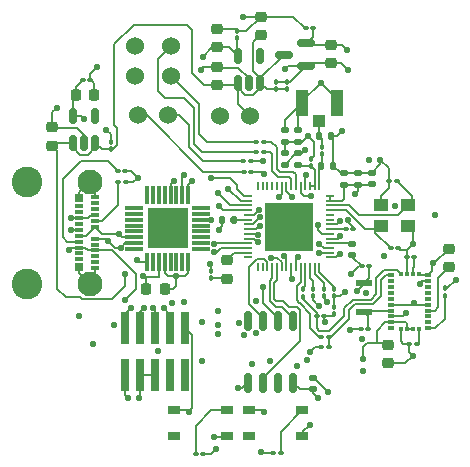
<source format=gbr>
%TF.GenerationSoftware,KiCad,Pcbnew,7.0.7*%
%TF.CreationDate,2024-10-30T15:59:05-07:00*%
%TF.ProjectId,SensingBoard_rev1.1,53656e73-696e-4674-926f-6172645f7265,rev?*%
%TF.SameCoordinates,Original*%
%TF.FileFunction,Copper,L1,Top*%
%TF.FilePolarity,Positive*%
%FSLAX46Y46*%
G04 Gerber Fmt 4.6, Leading zero omitted, Abs format (unit mm)*
G04 Created by KiCad (PCBNEW 7.0.7) date 2024-10-30 15:59:05*
%MOMM*%
%LPD*%
G01*
G04 APERTURE LIST*
G04 Aperture macros list*
%AMRoundRect*
0 Rectangle with rounded corners*
0 $1 Rounding radius*
0 $2 $3 $4 $5 $6 $7 $8 $9 X,Y pos of 4 corners*
0 Add a 4 corners polygon primitive as box body*
4,1,4,$2,$3,$4,$5,$6,$7,$8,$9,$2,$3,0*
0 Add four circle primitives for the rounded corners*
1,1,$1+$1,$2,$3*
1,1,$1+$1,$4,$5*
1,1,$1+$1,$6,$7*
1,1,$1+$1,$8,$9*
0 Add four rect primitives between the rounded corners*
20,1,$1+$1,$2,$3,$4,$5,0*
20,1,$1+$1,$4,$5,$6,$7,0*
20,1,$1+$1,$6,$7,$8,$9,0*
20,1,$1+$1,$8,$9,$2,$3,0*%
G04 Aperture macros list end*
%TA.AperFunction,SMDPad,CuDef*%
%ADD10RoundRect,0.100000X0.130000X0.100000X-0.130000X0.100000X-0.130000X-0.100000X0.130000X-0.100000X0*%
%TD*%
%TA.AperFunction,ComponentPad*%
%ADD11C,1.524000*%
%TD*%
%TA.AperFunction,SMDPad,CuDef*%
%ADD12R,0.990600X0.711200*%
%TD*%
%TA.AperFunction,SMDPad,CuDef*%
%ADD13RoundRect,0.140000X-0.140000X-0.170000X0.140000X-0.170000X0.140000X0.170000X-0.140000X0.170000X0*%
%TD*%
%TA.AperFunction,SMDPad,CuDef*%
%ADD14RoundRect,0.100000X0.100000X-0.130000X0.100000X0.130000X-0.100000X0.130000X-0.100000X-0.130000X0*%
%TD*%
%TA.AperFunction,SMDPad,CuDef*%
%ADD15R,0.199200X0.754800*%
%TD*%
%TA.AperFunction,SMDPad,CuDef*%
%ADD16R,0.754800X0.199200*%
%TD*%
%TA.AperFunction,SMDPad,CuDef*%
%ADD17R,4.038600X4.038600*%
%TD*%
%TA.AperFunction,SMDPad,CuDef*%
%ADD18RoundRect,0.100000X-0.130000X-0.100000X0.130000X-0.100000X0.130000X0.100000X-0.130000X0.100000X0*%
%TD*%
%TA.AperFunction,SMDPad,CuDef*%
%ADD19RoundRect,0.225000X-0.225000X-0.250000X0.225000X-0.250000X0.225000X0.250000X-0.225000X0.250000X0*%
%TD*%
%TA.AperFunction,SMDPad,CuDef*%
%ADD20RoundRect,0.150000X0.150000X-0.512500X0.150000X0.512500X-0.150000X0.512500X-0.150000X-0.512500X0*%
%TD*%
%TA.AperFunction,SMDPad,CuDef*%
%ADD21R,1.397000X0.609600*%
%TD*%
%TA.AperFunction,SMDPad,CuDef*%
%ADD22RoundRect,0.140000X-0.170000X0.140000X-0.170000X-0.140000X0.170000X-0.140000X0.170000X0.140000X0*%
%TD*%
%TA.AperFunction,SMDPad,CuDef*%
%ADD23RoundRect,0.225000X0.250000X-0.225000X0.250000X0.225000X-0.250000X0.225000X-0.250000X-0.225000X0*%
%TD*%
%TA.AperFunction,SMDPad,CuDef*%
%ADD24R,1.050000X2.200000*%
%TD*%
%TA.AperFunction,SMDPad,CuDef*%
%ADD25R,1.050000X1.000000*%
%TD*%
%TA.AperFunction,SMDPad,CuDef*%
%ADD26R,0.700000X0.300000*%
%TD*%
%TA.AperFunction,SMDPad,CuDef*%
%ADD27R,0.700000X0.650000*%
%TD*%
%TA.AperFunction,ComponentPad*%
%ADD28C,2.100000*%
%TD*%
%TA.AperFunction,ComponentPad*%
%ADD29C,2.600000*%
%TD*%
%TA.AperFunction,SMDPad,CuDef*%
%ADD30RoundRect,0.140000X0.170000X-0.140000X0.170000X0.140000X-0.170000X0.140000X-0.170000X-0.140000X0*%
%TD*%
%TA.AperFunction,SMDPad,CuDef*%
%ADD31R,0.660400X2.768600*%
%TD*%
%TA.AperFunction,SMDPad,CuDef*%
%ADD32RoundRect,0.150000X0.587500X0.150000X-0.587500X0.150000X-0.587500X-0.150000X0.587500X-0.150000X0*%
%TD*%
%TA.AperFunction,SMDPad,CuDef*%
%ADD33RoundRect,0.150000X-0.150000X0.675000X-0.150000X-0.675000X0.150000X-0.675000X0.150000X0.675000X0*%
%TD*%
%TA.AperFunction,SMDPad,CuDef*%
%ADD34RoundRect,0.218750X-0.256250X0.218750X-0.256250X-0.218750X0.256250X-0.218750X0.256250X0.218750X0*%
%TD*%
%TA.AperFunction,SMDPad,CuDef*%
%ADD35R,1.300000X1.050000*%
%TD*%
%TA.AperFunction,SMDPad,CuDef*%
%ADD36RoundRect,0.100000X-0.100000X0.130000X-0.100000X-0.130000X0.100000X-0.130000X0.100000X0.130000X0*%
%TD*%
%TA.AperFunction,SMDPad,CuDef*%
%ADD37RoundRect,0.033750X-0.101250X0.721750X-0.101250X-0.721750X0.101250X-0.721750X0.101250X0.721750X0*%
%TD*%
%TA.AperFunction,SMDPad,CuDef*%
%ADD38RoundRect,0.033750X-0.721750X0.101250X-0.721750X-0.101250X0.721750X-0.101250X0.721750X0.101250X0*%
%TD*%
%TA.AperFunction,SMDPad,CuDef*%
%ADD39R,3.400000X3.400000*%
%TD*%
%TA.AperFunction,SMDPad,CuDef*%
%ADD40RoundRect,0.140000X0.140000X0.170000X-0.140000X0.170000X-0.140000X-0.170000X0.140000X-0.170000X0*%
%TD*%
%TA.AperFunction,SMDPad,CuDef*%
%ADD41RoundRect,0.225000X-0.250000X0.225000X-0.250000X-0.225000X0.250000X-0.225000X0.250000X0.225000X0*%
%TD*%
%TA.AperFunction,SMDPad,CuDef*%
%ADD42RoundRect,0.125000X-0.125000X0.125000X-0.125000X-0.125000X0.125000X-0.125000X0.125000X0.125000X0*%
%TD*%
%TA.AperFunction,SMDPad,CuDef*%
%ADD43R,0.525000X0.300000*%
%TD*%
%TA.AperFunction,SMDPad,CuDef*%
%ADD44R,0.300000X0.425000*%
%TD*%
%TA.AperFunction,ViaPad*%
%ADD45C,0.550000*%
%TD*%
%TA.AperFunction,Conductor*%
%ADD46C,0.200000*%
%TD*%
G04 APERTURE END LIST*
D10*
%TO.P,C26,1*%
%TO.N,+2V8*%
X136784000Y-45313600D03*
%TO.P,C26,2*%
%TO.N,GND*%
X136144000Y-45313600D03*
%TD*%
D11*
%TO.P,J6,1,1*%
%TO.N,MOTOR2_BIN2*%
X124764800Y-49377600D03*
%TO.P,J6,2,2*%
%TO.N,MOTOR2_BIN1*%
X124764800Y-46837600D03*
%TD*%
D12*
%TO.P,SW2,1,1*%
%TO.N,GPIO0*%
X131379799Y-77665001D03*
%TO.P,SW2,2,2*%
%TO.N,Net-(R21-Pad2)*%
X135879801Y-77665001D03*
%TO.P,SW2,3,3*%
%TO.N,unconnected-(SW2-Pad3)*%
X131379799Y-79814999D03*
%TO.P,SW2,4,4*%
%TO.N,GND*%
X135879801Y-79814999D03*
%TD*%
D13*
%TO.P,C15,1*%
%TO.N,Net-(ANT1-PadSIG)*%
X137322001Y-54459599D03*
%TO.P,C15,2*%
%TO.N,GND*%
X138282001Y-54459599D03*
%TD*%
D14*
%TO.P,R19,1*%
%TO.N,BNO_SCL*%
X135890000Y-68051600D03*
%TO.P,R19,2*%
%TO.N,GPIO34*%
X135890000Y-67411600D03*
%TD*%
D11*
%TO.P,J7,1,1*%
%TO.N,DRV_FAULT*%
X121666000Y-46824900D03*
%TO.P,J7,2,2*%
%TO.N,DRV_SLEEP*%
X121666000Y-49364900D03*
%TD*%
D15*
%TO.P,U7,1,LNA_IN*%
%TO.N,Net-(U7-LNA_IN)*%
X137321600Y-58675999D03*
%TO.P,U7,2,VDD3P3*%
%TO.N,Net-(C18-Pad1)*%
X136921601Y-58675999D03*
%TO.P,U7,3,VDD3P3*%
X136521599Y-58675999D03*
%TO.P,U7,4,CHIP_PU*%
%TO.N,CHIP_EN*%
X136121600Y-58675999D03*
%TO.P,U7,5,GPIO0*%
%TO.N,GPIO0*%
X135721601Y-58675999D03*
%TO.P,U7,6,GPIO1*%
%TO.N,D0{slash}A0*%
X135321599Y-58675999D03*
%TO.P,U7,7,GPIO2*%
%TO.N,D1{slash}A1*%
X134921600Y-58675999D03*
%TO.P,U7,8,GPIO3*%
%TO.N,D2{slash}A2*%
X134521600Y-58675999D03*
%TO.P,U7,9,GPIO4*%
%TO.N,D3{slash}A3*%
X134121601Y-58675999D03*
%TO.P,U7,10,GPIO5*%
%TO.N,D4{slash}I2C_SDA*%
X133721599Y-58675999D03*
%TO.P,U7,11,GPIO6*%
%TO.N,D5{slash}I2C_SCL*%
X133321600Y-58675999D03*
%TO.P,U7,12,GPIO7*%
%TO.N,D8{slash}A8{slash}SCK*%
X132921601Y-58675999D03*
%TO.P,U7,13,GPIO8*%
%TO.N,D9{slash}A9{slash}MISO*%
X132521599Y-58675999D03*
%TO.P,U7,14,GPIO9*%
%TO.N,D10{slash}A10{slash}MOSI*%
X132121600Y-58675999D03*
D16*
%TO.P,U7,15,GPIO10*%
%TO.N,IO10{slash}XMCLK*%
X131269199Y-59528400D03*
%TO.P,U7,16,GPIO11*%
%TO.N,IO11{slash}DVP_Y8*%
X131269199Y-59928399D03*
%TO.P,U7,17,GPIO12*%
%TO.N,IO12{slash}DVP_Y7*%
X131269199Y-60328401D03*
%TO.P,U7,18,GPIO13*%
%TO.N,IO13{slash}DVP_PCLK*%
X131269199Y-60728400D03*
%TO.P,U7,19,GPIO14*%
%TO.N,IO14{slash}DVP_Y6*%
X131269199Y-61128399D03*
%TO.P,U7,20,VDD3P3_RTC*%
%TO.N,+3.3V*%
X131269199Y-61528401D03*
%TO.P,U7,21,XTAL_32K_P*%
%TO.N,IO15{slash}DVP_Y2*%
X131269199Y-61928400D03*
%TO.P,U7,22,XTAL_32K_N*%
%TO.N,IO16{slash}DVP_Y5*%
X131269199Y-62328400D03*
%TO.P,U7,23,GPIO17*%
%TO.N,IO17{slash}DVP_Y3*%
X131269199Y-62728399D03*
%TO.P,U7,24,GPIO18*%
%TO.N,IO18{slash}DVP_Y4*%
X131269199Y-63128401D03*
%TO.P,U7,25,GPIO19*%
%TO.N,USB_DN*%
X131269199Y-63528400D03*
%TO.P,U7,26,GPIO20*%
%TO.N,USB_DP*%
X131269199Y-63928399D03*
%TO.P,U7,27,GPIO21*%
%TO.N,IO21{slash}USER_LED*%
X131269199Y-64328401D03*
%TO.P,U7,28,SPICS1*%
%TO.N,unconnected-(U7-SPICS1-Pad28)*%
X131269199Y-64728400D03*
D15*
%TO.P,U7,29,VDD_SPI*%
%TO.N,VDD_SPI*%
X132121600Y-65580801D03*
%TO.P,U7,30,SPIHD*%
%TO.N,SPIHD*%
X132521599Y-65580801D03*
%TO.P,U7,31,SPIWP*%
%TO.N,SPIWP*%
X132921601Y-65580801D03*
%TO.P,U7,32,SPICS0*%
%TO.N,SPICS0*%
X133321600Y-65580801D03*
%TO.P,U7,33,SPICLK*%
%TO.N,SPICLK*%
X133721599Y-65580801D03*
%TO.P,U7,34,SPIQ*%
%TO.N,SPIQ*%
X134121601Y-65580801D03*
%TO.P,U7,35,SPID*%
%TO.N,SPID*%
X134521600Y-65580801D03*
%TO.P,U7,36,SPICLK_N*%
%TO.N,IO48{slash}DVP_Y9*%
X134921600Y-65580801D03*
%TO.P,U7,37,SPICLK_P*%
%TO.N,IO47{slash}DVP_HREF*%
X135321599Y-65580801D03*
%TO.P,U7,38,GPIO33*%
%TO.N,GPIO33*%
X135721601Y-65580801D03*
%TO.P,U7,39,GPIO34*%
%TO.N,GPIO34*%
X136121600Y-65580801D03*
%TO.P,U7,40,GPIO35*%
%TO.N,GPIO35*%
X136521599Y-65580801D03*
%TO.P,U7,41,GPIO36*%
%TO.N,GPIO36*%
X136921601Y-65580801D03*
%TO.P,U7,42,GPIO37*%
%TO.N,GPIO37*%
X137321600Y-65580801D03*
D16*
%TO.P,U7,43,GPIO38*%
%TO.N,IO38{slash}DVP_VSYNC*%
X138174001Y-64728400D03*
%TO.P,U7,44,MTCK*%
%TO.N,MTCK{slash}IO39{slash}CAM_SCL*%
X138174001Y-64328401D03*
%TO.P,U7,45,MTDO*%
%TO.N,MTDO{slash}IO40{slash}CAM_SDA*%
X138174001Y-63928399D03*
%TO.P,U7,46,VDD3P3_CPU*%
%TO.N,+3.3V*%
X138174001Y-63528400D03*
%TO.P,U7,47,MTDI*%
%TO.N,MTDI{slash}IO41{slash}PDM_DATA*%
X138174001Y-63128401D03*
%TO.P,U7,48,MTMS*%
%TO.N,MTMS{slash}IO42{slash}PDM_CLK*%
X138174001Y-62728399D03*
%TO.P,U7,49,U0TXD*%
%TO.N,Net-(U7-U0TXD)*%
X138174001Y-62328400D03*
%TO.P,U7,50,U0RXD*%
%TO.N,RX_D7*%
X138174001Y-61928400D03*
%TO.P,U7,51,GPIO45*%
%TO.N,unconnected-(U7-GPIO45-Pad51)*%
X138174001Y-61528401D03*
%TO.P,U7,52,GPIO46*%
%TO.N,unconnected-(U7-GPIO46-Pad52)*%
X138174001Y-61128399D03*
%TO.P,U7,53,XTAL_N*%
%TO.N,Net-(U7-XTAL_N)*%
X138174001Y-60728400D03*
%TO.P,U7,54,XTAL_P*%
%TO.N,Net-(U7-XTAL_P)*%
X138174001Y-60328401D03*
%TO.P,U7,55,VDDA*%
%TO.N,+3.3V*%
X138174001Y-59928399D03*
%TO.P,U7,56,VDDA*%
X138174001Y-59528400D03*
D17*
%TO.P,U7,57,GND*%
%TO.N,GND*%
X134721600Y-62128400D03*
%TD*%
D10*
%TO.P,C12,1*%
%TO.N,Net-(U2-XIN32)*%
X141544000Y-65481200D03*
%TO.P,C12,2*%
%TO.N,GND*%
X140904000Y-65481200D03*
%TD*%
D18*
%TO.P,C17,1*%
%TO.N,Net-(U7-XTAL_N)*%
X143342400Y-63957200D03*
%TO.P,C17,2*%
%TO.N,GND*%
X143982400Y-63957200D03*
%TD*%
D19*
%TO.P,C21,1*%
%TO.N,+1V8*%
X116674600Y-50952400D03*
%TO.P,C21,2*%
%TO.N,GND*%
X118224600Y-50952400D03*
%TD*%
D20*
%TO.P,U5,1,VIN*%
%TO.N,VDC*%
X116448800Y-55036300D03*
%TO.P,U5,2,GND*%
%TO.N,GND*%
X117398800Y-55036300D03*
%TO.P,U5,3,EN*%
%TO.N,VDC*%
X118348800Y-55036300D03*
%TO.P,U5,4,NC*%
%TO.N,unconnected-(U5-NC-Pad4)*%
X118348800Y-52761300D03*
%TO.P,U5,5,VOUT*%
%TO.N,+1V8*%
X116448800Y-52761300D03*
%TD*%
%TO.P,U3,1,VIN*%
%TO.N,VDC*%
X130418800Y-49956300D03*
%TO.P,U3,2,GND*%
%TO.N,GND*%
X131368800Y-49956300D03*
%TO.P,U3,3,EN*%
%TO.N,VDC*%
X132318800Y-49956300D03*
%TO.P,U3,4,NC*%
%TO.N,unconnected-(U3-NC-Pad4)*%
X132318800Y-47681300D03*
%TO.P,U3,5,VOUT*%
%TO.N,+3.3V*%
X130418800Y-47681300D03*
%TD*%
D14*
%TO.P,C20,1*%
%TO.N,VDC*%
X119684800Y-55575200D03*
%TO.P,C20,2*%
%TO.N,GND*%
X119684800Y-54935200D03*
%TD*%
D21*
%TO.P,XTAL2,1,1*%
%TO.N,Net-(U2-XOUT32)*%
X141122400Y-69316600D03*
%TO.P,XTAL2,2,2*%
%TO.N,Net-(U2-XIN32)*%
X141122400Y-66929000D03*
%TD*%
D10*
%TO.P,R7,1*%
%TO.N,Net-(U2-PS1)*%
X145567800Y-72034400D03*
%TO.P,R7,2*%
%TO.N,GND*%
X144927800Y-72034400D03*
%TD*%
D14*
%TO.P,R8,1*%
%TO.N,Net-(U2-PS0)*%
X147929600Y-67975000D03*
%TO.P,R8,2*%
%TO.N,GND*%
X147929600Y-67335000D03*
%TD*%
D22*
%TO.P,C36,1*%
%TO.N,+3.3V*%
X140106400Y-63578800D03*
%TO.P,C36,2*%
%TO.N,GND*%
X140106400Y-64538800D03*
%TD*%
D11*
%TO.P,J9,1,1*%
%TO.N,GND*%
X128879600Y-52730400D03*
%TO.P,J9,2,2*%
%TO.N,VDC*%
X131419600Y-52730400D03*
%TD*%
D23*
%TO.P,C5,1*%
%TO.N,VDC*%
X128676400Y-50152600D03*
%TO.P,C5,2*%
%TO.N,GND*%
X128676400Y-48602600D03*
%TD*%
%TO.P,C7,1*%
%TO.N,+3.3V*%
X128676400Y-46952200D03*
%TO.P,C7,2*%
%TO.N,GND*%
X128676400Y-45402200D03*
%TD*%
D24*
%TO.P,ANT1,GND1*%
%TO.N,GND*%
X135847001Y-51616399D03*
%TO.P,ANT1,GND2*%
X138797001Y-51616399D03*
D25*
%TO.P,ANT1,SIG*%
%TO.N,Net-(ANT1-PadSIG)*%
X137322001Y-53141399D03*
%TD*%
D26*
%TO.P,J1,A1,GND*%
%TO.N,GND*%
X118292000Y-59638400D03*
%TO.P,J1,A2,TX1+*%
%TO.N,unconnected-(J1-TX1+-PadA2)*%
X118292000Y-60138400D03*
%TO.P,J1,A3,TX1-*%
%TO.N,unconnected-(J1-TX1--PadA3)*%
X118292000Y-60638400D03*
%TO.P,J1,A4,VBUS*%
%TO.N,+5V*%
X118292000Y-61138400D03*
%TO.P,J1,A5,CC1*%
%TO.N,Net-(J1-CC1)*%
X118292000Y-61638400D03*
%TO.P,J1,A6,D+*%
%TO.N,USB_DP*%
X118292000Y-62138400D03*
%TO.P,J1,A7,D-*%
%TO.N,USB_DN*%
X118292000Y-63138400D03*
%TO.P,J1,A8,SBU1*%
%TO.N,unconnected-(J1-SBU1-PadA8)*%
X118292000Y-63638400D03*
%TO.P,J1,A9,VBUS*%
%TO.N,+5V*%
X118292000Y-64138400D03*
%TO.P,J1,A10,RX2-*%
%TO.N,unconnected-(J1-RX2--PadA10)*%
X118292000Y-64638400D03*
%TO.P,J1,A11,RX2+*%
%TO.N,unconnected-(J1-RX2+-PadA11)*%
X118292000Y-65138400D03*
%TO.P,J1,A12,GND*%
%TO.N,GND*%
X118292000Y-65638400D03*
D27*
%TO.P,J1,B1,GND*%
X116992000Y-65563400D03*
D26*
%TO.P,J1,B2,TX2+*%
%TO.N,unconnected-(J1-TX2+-PadB2)*%
X116992000Y-64888400D03*
%TO.P,J1,B3,TX2-*%
%TO.N,unconnected-(J1-TX2--PadB3)*%
X116992000Y-64388400D03*
%TO.P,J1,B4,VBUS*%
%TO.N,+5V*%
X116992000Y-63888400D03*
%TO.P,J1,B5,CC2*%
%TO.N,Net-(J1-CC2)*%
X116992000Y-63388400D03*
%TO.P,J1,B6,D+*%
%TO.N,USB_DP*%
X116992000Y-62888400D03*
%TO.P,J1,B7,D-*%
%TO.N,USB_DN*%
X116992000Y-62388400D03*
%TO.P,J1,B8,SBU2*%
%TO.N,unconnected-(J1-SBU2-PadB8)*%
X116992000Y-61888400D03*
%TO.P,J1,B9,VBUS*%
%TO.N,+5V*%
X116992000Y-61388400D03*
%TO.P,J1,B10,RX1-*%
%TO.N,unconnected-(J1-RX1--PadB10)*%
X116992000Y-60888400D03*
%TO.P,J1,B11,RX1+*%
%TO.N,unconnected-(J1-RX1+-PadB11)*%
X116992000Y-60388400D03*
D27*
%TO.P,J1,B12,GND*%
%TO.N,GND*%
X116992000Y-59713400D03*
D28*
%TO.P,J1,S1,SHIELD*%
X117882000Y-58318400D03*
D29*
X112522000Y-58318400D03*
D28*
X117882000Y-66958400D03*
D29*
X112522000Y-66958400D03*
%TD*%
D22*
%TO.P,C30,1*%
%TO.N,+3.3V*%
X134366000Y-55908000D03*
%TO.P,C30,2*%
%TO.N,GND*%
X134366000Y-56868000D03*
%TD*%
D10*
%TO.P,R20,1*%
%TO.N,BNO_SDA*%
X138089600Y-71424800D03*
%TO.P,R20,2*%
%TO.N,GPIO33*%
X137449600Y-71424800D03*
%TD*%
D30*
%TO.P,C18,1*%
%TO.N,Net-(C18-Pad1)*%
X135534400Y-56868000D03*
%TO.P,C18,2*%
%TO.N,GND*%
X135534400Y-55908000D03*
%TD*%
D18*
%TO.P,R17,1*%
%TO.N,MOTOR2_BIN2*%
X131948000Y-54914800D03*
%TO.P,R17,2*%
%TO.N,D0{slash}A0*%
X132588000Y-54914800D03*
%TD*%
D14*
%TO.P,R1,1*%
%TO.N,Net-(D2-A)*%
X128117600Y-66497200D03*
%TO.P,R1,2*%
%TO.N,+3.3V*%
X128117600Y-65857200D03*
%TD*%
D30*
%TO.P,C4,1*%
%TO.N,+3.3V*%
X136753600Y-75867200D03*
%TO.P,C4,2*%
%TO.N,GND*%
X136753600Y-74907200D03*
%TD*%
D31*
%TO.P,J2,1,1*%
%TO.N,unconnected-(J2-Pad1)*%
X125933200Y-74702796D03*
%TO.P,J2,2,2*%
%TO.N,unconnected-(J2-Pad2)*%
X124663200Y-74702796D03*
%TO.P,J2,3,3*%
%TO.N,GND*%
X123393200Y-74702796D03*
%TO.P,J2,4,4*%
X122123200Y-74702796D03*
%TO.P,J2,5,5*%
%TO.N,+3.3V*%
X120853200Y-74702796D03*
%TO.P,J2,6,6*%
%TO.N,CHIP_EN*%
X125933200Y-70662800D03*
%TO.P,J2,7,7*%
%TO.N,MTCK{slash}IO39{slash}CAM_SCL*%
X124663200Y-70662800D03*
%TO.P,J2,8,8*%
%TO.N,MTDO{slash}IO40{slash}CAM_SDA*%
X123393200Y-70662800D03*
%TO.P,J2,9,9*%
%TO.N,MTDI{slash}IO41{slash}PDM_DATA*%
X122123200Y-70662800D03*
%TO.P,J2,10,10*%
%TO.N,MTMS{slash}IO42{slash}PDM_CLK*%
X120853200Y-70662800D03*
%TD*%
D10*
%TO.P,C11,1*%
%TO.N,Net-(U2-XOUT32)*%
X141457600Y-70764400D03*
%TO.P,C11,2*%
%TO.N,GND*%
X140817600Y-70764400D03*
%TD*%
D14*
%TO.P,R11,1*%
%TO.N,+3.3V*%
X138582400Y-69549800D03*
%TO.P,R11,2*%
%TO.N,DRV_FAULT*%
X138582400Y-68909800D03*
%TD*%
D11*
%TO.P,J5,1,1*%
%TO.N,MOTOR1_AIN2*%
X124460000Y-52679600D03*
%TO.P,J5,2,2*%
%TO.N,MOTOR1_AIN1*%
X121920000Y-52679600D03*
%TD*%
D32*
%TO.P,U6,1,GND*%
%TO.N,GND*%
X136194800Y-48514000D03*
%TO.P,U6,2,VO*%
%TO.N,+2V8*%
X136194800Y-46614000D03*
%TO.P,U6,3,VI*%
%TO.N,VDC*%
X134319800Y-47564000D03*
%TD*%
D18*
%TO.P,R16,1*%
%TO.N,MOTOR2_BIN1*%
X131958600Y-55778400D03*
%TO.P,R16,2*%
%TO.N,D1{slash}A1*%
X132598600Y-55778400D03*
%TD*%
D33*
%TO.P,U8,1,~{CS}*%
%TO.N,SPICS0*%
X135102600Y-70069800D03*
%TO.P,U8,2,O1/SO*%
%TO.N,SPIQ*%
X133832600Y-70069800D03*
%TO.P,U8,3,~{WP}*%
%TO.N,SPIWP*%
X132562600Y-70069800D03*
%TO.P,U8,4,VSS*%
%TO.N,GND*%
X131292600Y-70069800D03*
%TO.P,U8,5,SI/IO0*%
%TO.N,SPID*%
X131292600Y-75319800D03*
%TO.P,U8,6,SCLK*%
%TO.N,SPICLK*%
X132562600Y-75319800D03*
%TO.P,U8,7,NC*%
%TO.N,unconnected-(U8-NC-Pad7)*%
X133832600Y-75319800D03*
%TO.P,U8,8,VCC*%
%TO.N,+3.3V*%
X135102600Y-75319800D03*
%TD*%
D30*
%TO.P,C34,1*%
%TO.N,+3.3V*%
X140563600Y-58567200D03*
%TO.P,C34,2*%
%TO.N,GND*%
X140563600Y-57607200D03*
%TD*%
D14*
%TO.P,R14,1*%
%TO.N,BNO_INT*%
X136753600Y-68025800D03*
%TO.P,R14,2*%
%TO.N,GPIO35*%
X136753600Y-67385800D03*
%TD*%
D23*
%TO.P,C10,1*%
%TO.N,Net-(U2-CAP)*%
X148285200Y-65545000D03*
%TO.P,C10,2*%
%TO.N,GND*%
X148285200Y-63995000D03*
%TD*%
D34*
%TO.P,D2,1,K*%
%TO.N,IO21{slash}USER_LED*%
X129489200Y-64947700D03*
%TO.P,D2,2,A*%
%TO.N,Net-(D2-A)*%
X129489200Y-66522700D03*
%TD*%
D10*
%TO.P,R5,1*%
%TO.N,+3.3V*%
X127483000Y-81330800D03*
%TO.P,R5,2*%
%TO.N,Net-(R5-Pad2)*%
X126843000Y-81330800D03*
%TD*%
D18*
%TO.P,R3,1*%
%TO.N,Net-(J1-CC2)*%
X120239000Y-57404000D03*
%TO.P,R3,2*%
%TO.N,GND*%
X120879000Y-57404000D03*
%TD*%
D10*
%TO.P,R12,1*%
%TO.N,+3.3V*%
X137734000Y-69646800D03*
%TO.P,R12,2*%
%TO.N,BNO_SCL*%
X137094000Y-69646800D03*
%TD*%
D35*
%TO.P,Y1,1,1*%
%TO.N,Net-(U7-XTAL_N)*%
X142512400Y-62038200D03*
%TO.P,Y1,2,GND*%
%TO.N,GND*%
X144812400Y-62038200D03*
%TO.P,Y1,3,3*%
%TO.N,Net-(U7-XTAL_P)*%
X144812400Y-60288200D03*
%TO.P,Y1,4,GND*%
%TO.N,GND*%
X142512400Y-60288200D03*
%TD*%
D18*
%TO.P,C22,1*%
%TO.N,+1V8*%
X117282000Y-49682400D03*
%TO.P,C22,2*%
%TO.N,GND*%
X117922000Y-49682400D03*
%TD*%
D19*
%TO.P,C13,1*%
%TO.N,+3.3V*%
X122669000Y-67360800D03*
%TO.P,C13,2*%
%TO.N,GND*%
X124219000Y-67360800D03*
%TD*%
D36*
%TO.P,L2,1,1*%
%TO.N,+3.3V*%
X136601200Y-56357600D03*
%TO.P,L2,2,2*%
%TO.N,Net-(C18-Pad1)*%
X136601200Y-56997600D03*
%TD*%
D10*
%TO.P,C16,1*%
%TO.N,Net-(U7-XTAL_P)*%
X143891400Y-58267600D03*
%TO.P,C16,2*%
%TO.N,GND*%
X143251400Y-58267600D03*
%TD*%
D14*
%TO.P,C8,1*%
%TO.N,+3.3V*%
X130352800Y-46192400D03*
%TO.P,C8,2*%
%TO.N,GND*%
X130352800Y-45552400D03*
%TD*%
D37*
%TO.P,U4,1,VCCIO*%
%TO.N,+3.3V*%
X126210000Y-59476300D03*
%TO.P,U4,2,RXD*%
%TO.N,TX_D6*%
X125710000Y-59476300D03*
%TO.P,U4,3,~{RI}*%
%TO.N,unconnected-(U4-~{RI}-Pad3)*%
X125210000Y-59476300D03*
%TO.P,U4,4,GND*%
%TO.N,GND*%
X124710000Y-59476300D03*
%TO.P,U4,5*%
%TO.N,N/C*%
X124210000Y-59476300D03*
%TO.P,U4,6,~{DSR}*%
%TO.N,unconnected-(U4-~{DSR}-Pad6)*%
X123710000Y-59476300D03*
%TO.P,U4,7,~{DCD}*%
%TO.N,unconnected-(U4-~{DCD}-Pad7)*%
X123210000Y-59476300D03*
%TO.P,U4,8,~{CTS}*%
%TO.N,unconnected-(U4-~{CTS}-Pad8)*%
X122710000Y-59476300D03*
D38*
%TO.P,U4,9,CBUS4*%
%TO.N,unconnected-(U4-CBUS4-Pad9)*%
X121659500Y-60526800D03*
%TO.P,U4,10,CBUS2*%
%TO.N,unconnected-(U4-CBUS2-Pad10)*%
X121659500Y-61026800D03*
%TO.P,U4,11,CBUS3*%
%TO.N,unconnected-(U4-CBUS3-Pad11)*%
X121659500Y-61526800D03*
%TO.P,U4,12*%
%TO.N,N/C*%
X121659500Y-62026800D03*
%TO.P,U4,13*%
X121659500Y-62526800D03*
%TO.P,U4,14,USBDP*%
%TO.N,USB_DP*%
X121659500Y-63026800D03*
%TO.P,U4,15,USBDM*%
%TO.N,USB_DN*%
X121659500Y-63526800D03*
%TO.P,U4,16,3V3OUT*%
%TO.N,unconnected-(U4-3V3OUT-Pad16)*%
X121659500Y-64026800D03*
D37*
%TO.P,U4,17,GND*%
%TO.N,GND*%
X122710000Y-65077300D03*
%TO.P,U4,18,~{RESET}*%
%TO.N,unconnected-(U4-~{RESET}-Pad18)*%
X123210000Y-65077300D03*
%TO.P,U4,19,VCC*%
%TO.N,+3.3V*%
X123710000Y-65077300D03*
%TO.P,U4,20,GND*%
%TO.N,GND*%
X124210000Y-65077300D03*
%TO.P,U4,21,CBUS1*%
%TO.N,unconnected-(U4-CBUS1-Pad21)*%
X124710000Y-65077300D03*
%TO.P,U4,22,CBUS0*%
%TO.N,unconnected-(U4-CBUS0-Pad22)*%
X125210000Y-65077300D03*
%TO.P,U4,23*%
%TO.N,N/C*%
X125710000Y-65077300D03*
%TO.P,U4,24,AGND*%
%TO.N,GND*%
X126210000Y-65077300D03*
D38*
%TO.P,U4,25*%
%TO.N,N/C*%
X127260500Y-64026800D03*
%TO.P,U4,26,TEST*%
%TO.N,unconnected-(U4-TEST-Pad26)*%
X127260500Y-63526800D03*
%TO.P,U4,27,OSCI*%
%TO.N,unconnected-(U4-OSCI-Pad27)*%
X127260500Y-63026800D03*
%TO.P,U4,28,OSCO*%
%TO.N,unconnected-(U4-OSCO-Pad28)*%
X127260500Y-62526800D03*
%TO.P,U4,29*%
%TO.N,N/C*%
X127260500Y-62026800D03*
%TO.P,U4,30,TXD*%
%TO.N,RX_D7*%
X127260500Y-61526800D03*
%TO.P,U4,31,~{DTR}*%
%TO.N,unconnected-(U4-~{DTR}-Pad31)*%
X127260500Y-61026800D03*
%TO.P,U4,32,~{RTS}*%
%TO.N,unconnected-(U4-~{RTS}-Pad32)*%
X127260500Y-60526800D03*
D39*
%TO.P,U4,33,EXP*%
%TO.N,unconnected-(U4-EXP-Pad33)*%
X124460000Y-62276800D03*
%TD*%
D14*
%TO.P,R9,1*%
%TO.N,DRV_SLEEP*%
X137668000Y-68025800D03*
%TO.P,R9,2*%
%TO.N,GPIO36*%
X137668000Y-67385800D03*
%TD*%
D13*
%TO.P,C14,1*%
%TO.N,Net-(U7-LNA_IN)*%
X137492800Y-56946800D03*
%TO.P,C14,2*%
%TO.N,GND*%
X138452800Y-56946800D03*
%TD*%
D12*
%TO.P,SW1,1,1*%
%TO.N,CHIP_EN*%
X125014998Y-77673200D03*
%TO.P,SW1,2,2*%
%TO.N,Net-(R5-Pad2)*%
X129515000Y-77673200D03*
%TO.P,SW1,3,3*%
%TO.N,unconnected-(SW1-Pad3)*%
X125014998Y-79823198D03*
%TO.P,SW1,4,4*%
%TO.N,GND*%
X129515000Y-79823198D03*
%TD*%
D18*
%TO.P,R4,1*%
%TO.N,Net-(J1-CC1)*%
X120264000Y-58369200D03*
%TO.P,R4,2*%
%TO.N,GND*%
X120904000Y-58369200D03*
%TD*%
D10*
%TO.P,R6,1*%
%TO.N,Net-(U2-COM3)*%
X145354000Y-64719200D03*
%TO.P,R6,2*%
%TO.N,GND*%
X144714000Y-64719200D03*
%TD*%
D40*
%TO.P,C37,1*%
%TO.N,+3.3V*%
X130070800Y-61569600D03*
%TO.P,C37,2*%
%TO.N,GND*%
X129110800Y-61569600D03*
%TD*%
D23*
%TO.P,C23,1*%
%TO.N,VDC*%
X132334000Y-45885400D03*
%TO.P,C23,2*%
%TO.N,GND*%
X132334000Y-44335400D03*
%TD*%
D14*
%TO.P,L1,1,1*%
%TO.N,Net-(U7-LNA_IN)*%
X137566400Y-56012000D03*
%TO.P,L1,2,2*%
%TO.N,Net-(ANT1-PadSIG)*%
X137566400Y-55372000D03*
%TD*%
D41*
%TO.P,C25,1*%
%TO.N,+2V8*%
X138277600Y-46736000D03*
%TO.P,C25,2*%
%TO.N,GND*%
X138277600Y-48286000D03*
%TD*%
D18*
%TO.P,R15,1*%
%TO.N,MOTOR1_AIN2*%
X130881200Y-56591200D03*
%TO.P,R15,2*%
%TO.N,D2{slash}A2*%
X131521200Y-56591200D03*
%TD*%
D30*
%TO.P,C31,1*%
%TO.N,+3.3V*%
X135534400Y-54914800D03*
%TO.P,C31,2*%
%TO.N,GND*%
X135534400Y-53954800D03*
%TD*%
D18*
%TO.P,R21,1*%
%TO.N,+3.3V*%
X133396200Y-81280000D03*
%TO.P,R21,2*%
%TO.N,Net-(R21-Pad2)*%
X134036200Y-81280000D03*
%TD*%
D30*
%TO.P,C35,1*%
%TO.N,+3.3V*%
X141732000Y-58544400D03*
%TO.P,C35,2*%
%TO.N,GND*%
X141732000Y-57584400D03*
%TD*%
D14*
%TO.P,R18,1*%
%TO.N,DRV_FAULT*%
X138582400Y-68025800D03*
%TO.P,R18,2*%
%TO.N,GPIO37*%
X138582400Y-67385800D03*
%TD*%
D30*
%TO.P,C32,1*%
%TO.N,+3.3V*%
X134366000Y-54914800D03*
%TO.P,C32,2*%
%TO.N,GND*%
X134366000Y-53954800D03*
%TD*%
%TO.P,C33,1*%
%TO.N,+3.3V*%
X139395200Y-58567200D03*
%TO.P,C33,2*%
%TO.N,GND*%
X139395200Y-57607200D03*
%TD*%
D18*
%TO.P,R26,1*%
%TO.N,Net-(U7-U0TXD)*%
X139532400Y-62331600D03*
%TO.P,R26,2*%
%TO.N,TX_D6*%
X140172400Y-62331600D03*
%TD*%
D23*
%TO.P,C19,1*%
%TO.N,VDC*%
X114706400Y-55270400D03*
%TO.P,C19,2*%
%TO.N,GND*%
X114706400Y-53720400D03*
%TD*%
D42*
%TO.P,D3,1,K*%
%TO.N,VDC*%
X120853200Y-66108400D03*
%TO.P,D3,2,A*%
%TO.N,+5V*%
X120853200Y-68308400D03*
%TD*%
D43*
%TO.P,U2,1*%
%TO.N,N/C*%
X143420700Y-70728400D03*
D44*
%TO.P,U2,2,GND*%
%TO.N,GND*%
X144233200Y-70790900D03*
%TO.P,U2,3,VDD*%
%TO.N,+3.3V*%
X144733200Y-70790900D03*
%TO.P,U2,4,NBOOT_LOAD_PIN*%
X145233200Y-70790900D03*
%TO.P,U2,5,PS1*%
%TO.N,Net-(U2-PS1)*%
X145733200Y-70790900D03*
D43*
%TO.P,U2,6,PS0*%
%TO.N,Net-(U2-PS0)*%
X146545700Y-70728400D03*
%TO.P,U2,7*%
%TO.N,N/C*%
X146545700Y-70228400D03*
%TO.P,U2,8*%
X146545700Y-69728400D03*
%TO.P,U2,9,CAP*%
%TO.N,Net-(U2-CAP)*%
X146545700Y-69228400D03*
%TO.P,U2,10,PIN10*%
%TO.N,GND*%
X146545700Y-68728400D03*
%TO.P,U2,11,NRESET*%
%TO.N,BNO_RST*%
X146545700Y-68228400D03*
%TO.P,U2,12*%
%TO.N,N/C*%
X146545700Y-67728400D03*
%TO.P,U2,13*%
X146545700Y-67228400D03*
%TO.P,U2,14,INT*%
%TO.N,BNO_INT*%
X146545700Y-66728400D03*
%TO.P,U2,15,PIN15*%
%TO.N,GND*%
X146545700Y-66228400D03*
D44*
%TO.P,U2,16,PIN16*%
X145733200Y-66165900D03*
%TO.P,U2,17,COM3*%
%TO.N,Net-(U2-COM3)*%
X145233200Y-66165900D03*
%TO.P,U2,18,COM2*%
%TO.N,GND*%
X144733200Y-66165900D03*
%TO.P,U2,19,COM1*%
%TO.N,BNO_SCL*%
X144233200Y-66165900D03*
D43*
%TO.P,U2,20,COM0*%
%TO.N,BNO_SDA*%
X143420700Y-66228400D03*
%TO.P,U2,21*%
%TO.N,N/C*%
X143420700Y-66728400D03*
%TO.P,U2,22*%
X143420700Y-67228400D03*
%TO.P,U2,23*%
X143420700Y-67728400D03*
%TO.P,U2,24*%
X143420700Y-68228400D03*
%TO.P,U2,25,GNDIO*%
%TO.N,GND*%
X143420700Y-68728400D03*
%TO.P,U2,26,XOUT32*%
%TO.N,Net-(U2-XOUT32)*%
X143420700Y-69228400D03*
%TO.P,U2,27,XIN32*%
%TO.N,Net-(U2-XIN32)*%
X143420700Y-69728400D03*
%TO.P,U2,28,VDDIO*%
%TO.N,+3.3V*%
X143420700Y-70228400D03*
%TD*%
D14*
%TO.P,C6,1*%
%TO.N,VDC*%
X133654800Y-50510400D03*
%TO.P,C6,2*%
%TO.N,GND*%
X133654800Y-49870400D03*
%TD*%
D41*
%TO.P,C9,1*%
%TO.N,+3.3V*%
X143154400Y-72136000D03*
%TO.P,C9,2*%
%TO.N,GND*%
X143154400Y-73686000D03*
%TD*%
D18*
%TO.P,R10,1*%
%TO.N,MOTOR1_AIN1*%
X130896400Y-57454800D03*
%TO.P,R10,2*%
%TO.N,D3{slash}A3*%
X131536400Y-57454800D03*
%TD*%
D14*
%TO.P,C24,1*%
%TO.N,VDC*%
X134569200Y-50499800D03*
%TO.P,C24,2*%
%TO.N,GND*%
X134569200Y-49859800D03*
%TD*%
D18*
%TO.P,R13,1*%
%TO.N,+3.3V*%
X137460200Y-72288400D03*
%TO.P,R13,2*%
%TO.N,BNO_SDA*%
X138100200Y-72288400D03*
%TD*%
D45*
%TO.N,Net-(U2-XIN32)*%
X140496118Y-67595586D03*
X144678400Y-69427900D03*
%TO.N,+5V*%
X116294500Y-61382635D03*
X116136972Y-64112900D03*
%TO.N,DRV_SLEEP*%
X137974396Y-68511505D03*
%TO.N,DRV_FAULT*%
X139496800Y-67614800D03*
%TO.N,+1V8*%
X131599700Y-73710800D03*
X117348000Y-52984400D03*
%TO.N,+2V8*%
X139649200Y-47193200D03*
X130914831Y-71326283D03*
X143713200Y-60350400D03*
X141244669Y-67708302D03*
%TO.N,Net-(D4-K)*%
X140882921Y-71613813D03*
X123647200Y-72644000D03*
%TO.N,IO38{slash}DVP_VSYNC*%
X139039600Y-64429900D03*
X131908935Y-68459735D03*
%TO.N,IO47{slash}DVP_HREF*%
X135534400Y-64668400D03*
X131927697Y-71138096D03*
%TO.N,IO48{slash}DVP_Y9*%
X130518100Y-70307200D03*
X134975600Y-66548000D03*
%TO.N,IO10{slash}XMCLK*%
X128117600Y-58028800D03*
%TO.N,IO11{slash}DVP_Y8*%
X129619678Y-58899122D03*
%TO.N,IO12{slash}DVP_Y7*%
X128724700Y-71221600D03*
X128701732Y-59294572D03*
%TO.N,IO13{slash}DVP_PCLK*%
X128724700Y-70408800D03*
X128823958Y-60406042D03*
%TO.N,BNO_INT*%
X137286833Y-68808767D03*
X145796000Y-66954400D03*
%TO.N,USB_DP*%
X120345200Y-62738000D03*
X128431283Y-64253555D03*
%TO.N,USB_DN*%
X119430800Y-63347600D03*
X120497600Y-63906400D03*
X116294097Y-62382747D03*
X128431283Y-63614052D03*
%TO.N,IO14{slash}DVP_Y6*%
X132181600Y-60706000D03*
X128760001Y-69225233D03*
%TO.N,IO15{slash}DVP_Y2*%
X132326990Y-61328757D03*
X127355600Y-70154800D03*
%TO.N,IO16{slash}DVP_Y5*%
X132284525Y-62028125D03*
%TO.N,IO17{slash}DVP_Y3*%
X132147918Y-62792809D03*
X125873961Y-68523514D03*
%TO.N,IO18{slash}DVP_Y4*%
X132130800Y-63441900D03*
X124874884Y-68552681D03*
%TO.N,CHIP_EN*%
X126238000Y-77774800D03*
X136194887Y-57718139D03*
%TO.N,SPID*%
X134355826Y-64576974D03*
X130454400Y-75809300D03*
%TO.N,SPIQ*%
X132527900Y-67259200D03*
X133248400Y-64770000D03*
%TO.N,GND*%
X115062000Y-52070000D03*
X121869200Y-64973200D03*
X136122501Y-55664292D03*
X121920000Y-57962800D03*
X128371600Y-79908400D03*
X118465600Y-48615600D03*
X148844000Y-66649600D03*
X118110000Y-72034400D03*
X140004800Y-66103900D03*
X141028693Y-74352978D03*
X136245600Y-73406000D03*
X136499600Y-78892400D03*
X119923979Y-70420735D03*
X146964400Y-65227200D03*
X119278400Y-53898800D03*
X127355600Y-73456800D03*
X122021600Y-76606400D03*
X137414000Y-49936400D03*
X131292600Y-70069800D03*
X139700000Y-48869600D03*
X134721600Y-62128400D03*
X145237200Y-73050400D03*
X145237200Y-63550800D03*
X116992400Y-69646800D03*
X128828800Y-62382400D03*
X138042436Y-76102776D03*
X139903200Y-70866000D03*
X125171200Y-66311183D03*
X124968000Y-58216800D03*
X134416800Y-48768000D03*
X145288000Y-68580000D03*
X130810000Y-44348400D03*
X127254000Y-48818800D03*
X142480700Y-56438800D03*
X139242800Y-54051200D03*
%TO.N,+3.3V*%
X122377200Y-66294000D03*
X128066800Y-65278000D03*
X147116800Y-61112400D03*
X140106400Y-63578800D03*
X132384800Y-81178400D03*
X141481197Y-56438800D03*
X140970000Y-73355200D03*
X128524000Y-80924400D03*
X136369675Y-54417709D03*
X136519984Y-72708528D03*
X126565800Y-58216800D03*
X127457200Y-47752000D03*
X121107200Y-76606400D03*
X137793500Y-70223700D03*
X130030601Y-61599131D03*
X140328058Y-59352858D03*
X137210800Y-76657200D03*
%TO.N,RX_D7*%
X139085064Y-61608223D03*
X128171085Y-61528315D03*
%TO.N,TX_D6*%
X139722764Y-61560242D03*
X125831600Y-57759600D03*
%TO.N,MTDO{slash}IO40{slash}CAM_SDA*%
X142778620Y-64566316D03*
X123228303Y-68986400D03*
X135435433Y-73962167D03*
X137312400Y-63550800D03*
%TO.N,MTCK{slash}IO39{slash}CAM_SCL*%
X137280918Y-64331785D03*
X133096000Y-73456800D03*
X124124268Y-69024617D03*
%TO.N,D3{slash}A3*%
X132597902Y-57628415D03*
X133858000Y-59619598D03*
%TO.N,D2{slash}A2*%
X132556500Y-56591200D03*
X135026400Y-59588400D03*
%TO.N,GPIO0*%
X132638800Y-77825600D03*
X136601200Y-59542901D03*
%TO.N,MTDI{slash}IO41{slash}PDM_DATA*%
X122478800Y-68986400D03*
X139100758Y-62920105D03*
%TO.N,MTMS{slash}IO42{slash}PDM_CLK*%
X121361200Y-68986400D03*
X137215402Y-62002900D03*
%TD*%
D46*
%TO.N,VDC*%
X132318800Y-49565000D02*
X132318800Y-49956300D01*
X116448800Y-55036300D02*
X116448800Y-55420551D01*
X134319800Y-47564000D02*
X132318800Y-49565000D01*
X131693800Y-48947049D02*
X132318800Y-49572049D01*
X119735600Y-68224400D02*
X120853200Y-67106800D01*
X132872900Y-50510400D02*
X132318800Y-49956300D01*
X117204905Y-68224400D02*
X119735600Y-68224400D01*
X114706400Y-55270400D02*
X115120000Y-55684000D01*
X132318800Y-49572049D02*
X132318800Y-49956300D01*
X134569200Y-50499800D02*
X133665400Y-50499800D01*
X119938800Y-53533895D02*
X120209800Y-53804895D01*
X116448800Y-55420551D02*
X117052049Y-56023800D01*
X117745551Y-56023800D02*
X118348800Y-55420551D01*
X127562495Y-50152600D02*
X126529000Y-49119105D01*
X131733000Y-50943800D02*
X132318800Y-50358000D01*
X120853200Y-67106800D02*
X120853200Y-66108400D01*
X118348800Y-55420551D02*
X118348800Y-55036300D01*
X128676400Y-50152600D02*
X130222500Y-50152600D01*
X131693800Y-46525600D02*
X131693800Y-48947049D01*
X115824000Y-68072000D02*
X117052505Y-68072000D01*
X126085600Y-45008800D02*
X121615200Y-45008800D01*
X117052049Y-56023800D02*
X117745551Y-56023800D01*
X131419600Y-52730400D02*
X130418800Y-51729600D01*
X121615200Y-45008800D02*
X119938800Y-46685200D01*
X132318800Y-50358000D02*
X132318800Y-49956300D01*
X130418800Y-51729600D02*
X130418800Y-49956300D01*
X126529000Y-49119105D02*
X126529000Y-48518495D01*
X133654800Y-50510400D02*
X132872900Y-50510400D01*
X116448800Y-55036300D02*
X114940500Y-55036300D01*
X126529000Y-48518495D02*
X126542800Y-48504695D01*
X130418800Y-50340551D02*
X131022049Y-50943800D01*
X115120000Y-55684000D02*
X115120000Y-67368000D01*
X130222500Y-50152600D02*
X130418800Y-49956300D01*
X119875841Y-55575200D02*
X119684800Y-55575200D01*
X120209800Y-55241241D02*
X119875841Y-55575200D01*
X126542800Y-48504695D02*
X126542800Y-45466000D01*
X119938800Y-46685200D02*
X119938800Y-53533895D01*
X128676400Y-50152600D02*
X127562495Y-50152600D01*
X120209800Y-53804895D02*
X120209800Y-55241241D01*
X114940500Y-55036300D02*
X114706400Y-55270400D01*
X130418800Y-49956300D02*
X130418800Y-50340551D01*
X115120000Y-67368000D02*
X115824000Y-68072000D01*
X133665400Y-50499800D02*
X133654800Y-50510400D01*
X118887700Y-55575200D02*
X119684800Y-55575200D01*
X131022049Y-50943800D02*
X131733000Y-50943800D01*
X117052505Y-68072000D02*
X117204905Y-68224400D01*
X126542800Y-45466000D02*
X126085600Y-45008800D01*
X118348800Y-55036300D02*
X118887700Y-55575200D01*
X132334000Y-45885400D02*
X131693800Y-46525600D01*
%TO.N,Net-(U2-CAP)*%
X147108200Y-69228400D02*
X147370800Y-68965800D01*
X146545700Y-69228400D02*
X147108200Y-69228400D01*
X147370800Y-68965800D02*
X147370800Y-66459400D01*
X147370800Y-66459400D02*
X148285200Y-65545000D01*
%TO.N,Net-(U2-XOUT32)*%
X141122400Y-69316600D02*
X141210600Y-69228400D01*
X141457600Y-69651800D02*
X141457600Y-70764400D01*
X141122400Y-69316600D02*
X141457600Y-69651800D01*
X141210600Y-69228400D02*
X143420700Y-69228400D01*
%TO.N,Net-(U2-XIN32)*%
X143420700Y-69728400D02*
X144377900Y-69728400D01*
X144377900Y-69728400D02*
X144678400Y-69427900D01*
X141122400Y-66969304D02*
X140496118Y-67595586D01*
X141544000Y-66507400D02*
X141544000Y-65481200D01*
X141122400Y-66929000D02*
X141122400Y-66969304D01*
X141122400Y-66929000D02*
X141544000Y-66507400D01*
%TO.N,+5V*%
X118292000Y-64138400D02*
X119769596Y-64138400D01*
X119769596Y-64138400D02*
X121767600Y-66136404D01*
X117442000Y-63888400D02*
X116992000Y-63888400D01*
X121767600Y-67394000D02*
X120853200Y-68308400D01*
X116992000Y-63888400D02*
X116361472Y-63888400D01*
X116992000Y-61388400D02*
X117727000Y-61388400D01*
X118292000Y-64138400D02*
X117692000Y-64138400D01*
X121767600Y-66136404D02*
X121767600Y-67394000D01*
X117692000Y-64138400D02*
X117442000Y-63888400D01*
X116300265Y-61388400D02*
X116294500Y-61382635D01*
X117727000Y-61388400D02*
X117977000Y-61138400D01*
X117977000Y-61138400D02*
X118292000Y-61138400D01*
X116361472Y-63888400D02*
X116136972Y-64112900D01*
X116992000Y-61388400D02*
X116300265Y-61388400D01*
%TO.N,Net-(ANT1-PadSIG)*%
X137566400Y-55372000D02*
X137566400Y-54703998D01*
X137322001Y-53141399D02*
X137322001Y-54459599D01*
X137566400Y-54703998D02*
X137322001Y-54459599D01*
%TO.N,MOTOR2_BIN2*%
X127145200Y-51758000D02*
X127145200Y-54298000D01*
X124764800Y-49377600D02*
X127145200Y-51758000D01*
X127145200Y-54298000D02*
X127762000Y-54914800D01*
X127762000Y-54914800D02*
X131948000Y-54914800D01*
%TO.N,MOTOR2_BIN1*%
X126695200Y-52083251D02*
X126695200Y-55118000D01*
X127355600Y-55778400D02*
X131958600Y-55778400D01*
X124256800Y-51206400D02*
X125818349Y-51206400D01*
X126695200Y-55118000D02*
X127355600Y-55778400D01*
X125818349Y-51206400D02*
X126695200Y-52083251D01*
X123677800Y-47924600D02*
X123677800Y-50627400D01*
X123677800Y-50627400D02*
X124256800Y-51206400D01*
X124764800Y-46837600D02*
X123677800Y-47924600D01*
%TO.N,Net-(U2-COM3)*%
X145354000Y-64719200D02*
X145354000Y-65532600D01*
X145233200Y-65653400D02*
X145233200Y-66165900D01*
X145354000Y-65532600D02*
X145233200Y-65653400D01*
%TO.N,Net-(U2-PS1)*%
X145733200Y-71869000D02*
X145733200Y-70790900D01*
X145567800Y-72034400D02*
X145733200Y-71869000D01*
%TO.N,Net-(U2-PS0)*%
X147108200Y-70728400D02*
X147929600Y-69907000D01*
X147929600Y-69907000D02*
X147929600Y-67975000D01*
X146545700Y-70728400D02*
X147108200Y-70728400D01*
%TO.N,DRV_SLEEP*%
X137974396Y-68511505D02*
X137668000Y-68205109D01*
X137668000Y-68205109D02*
X137668000Y-68025800D01*
%TO.N,MOTOR1_AIN1*%
X122682000Y-52679600D02*
X121920000Y-52679600D01*
X130896400Y-57454800D02*
X127457200Y-57454800D01*
X127457200Y-57454800D02*
X122682000Y-52679600D01*
%TO.N,DRV_FAULT*%
X138582400Y-68909800D02*
X138582400Y-68025800D01*
X139085800Y-68025800D02*
X139496800Y-67614800D01*
X138582400Y-68025800D02*
X139085800Y-68025800D01*
X138668800Y-68112200D02*
X138582400Y-68025800D01*
X138633200Y-68076600D02*
X138582400Y-68025800D01*
%TO.N,Net-(C18-Pad1)*%
X136921601Y-57318001D02*
X136601200Y-56997600D01*
X136601200Y-56997600D02*
X135664000Y-56997600D01*
X136921601Y-58675999D02*
X136921601Y-57318001D01*
X135664000Y-56997600D02*
X135534400Y-56868000D01*
X136921601Y-58675999D02*
X136521599Y-58675999D01*
%TO.N,+1V8*%
X116448800Y-52761300D02*
X116448800Y-51178200D01*
X116448800Y-52761300D02*
X117124900Y-52761300D01*
X116674600Y-50952400D02*
X116674600Y-50289800D01*
X116448800Y-51178200D02*
X116674600Y-50952400D01*
X117124900Y-52761300D02*
X117348000Y-52984400D01*
X116674600Y-50289800D02*
X117282000Y-49682400D01*
%TO.N,+2V8*%
X138277600Y-46736000D02*
X139192000Y-46736000D01*
X136194800Y-46614000D02*
X136784000Y-46024800D01*
X138277600Y-46736000D02*
X136316800Y-46736000D01*
X136784000Y-46024800D02*
X136784000Y-45313600D01*
X139192000Y-46736000D02*
X139649200Y-47193200D01*
X136316800Y-46736000D02*
X136194800Y-46614000D01*
%TO.N,IO38{slash}DVP_VSYNC*%
X138174001Y-64728400D02*
X138741100Y-64728400D01*
X138741100Y-64728400D02*
X139039600Y-64429900D01*
%TO.N,IO47{slash}DVP_HREF*%
X135534400Y-64668400D02*
X135321599Y-64881201D01*
X135321599Y-64881201D02*
X135321599Y-65580801D01*
%TO.N,IO48{slash}DVP_Y9*%
X134921600Y-66494000D02*
X134975600Y-66548000D01*
X134921600Y-65580801D02*
X134921600Y-66494000D01*
%TO.N,IO10{slash}XMCLK*%
X130319678Y-58945678D02*
X130902400Y-59528400D01*
X128117600Y-58028800D02*
X129739306Y-58028800D01*
X130902400Y-59528400D02*
X131269199Y-59528400D01*
X130319678Y-58609172D02*
X130319678Y-58945678D01*
X129739306Y-58028800D02*
X130319678Y-58609172D01*
%TO.N,IO11{slash}DVP_Y8*%
X129619678Y-58899122D02*
X130648955Y-59928399D01*
X130648955Y-59928399D02*
X131269199Y-59928399D01*
%TO.N,BNO_SCL*%
X142120900Y-66457014D02*
X142799515Y-65778400D01*
X137094000Y-69646800D02*
X137094000Y-70698400D01*
X137318800Y-70923200D02*
X138151200Y-70923200D01*
X138151200Y-70923200D02*
X139395200Y-69679200D01*
X142120900Y-67828614D02*
X142120900Y-66457014D01*
X137094000Y-70698400D02*
X137318800Y-70923200D01*
X143845700Y-65778400D02*
X144233200Y-66165900D01*
X139395200Y-69679200D02*
X139395200Y-69030315D01*
X141654314Y-68295200D02*
X142120900Y-67828614D01*
X139395200Y-69030315D02*
X140130315Y-68295200D01*
X140130315Y-68295200D02*
X141654314Y-68295200D01*
X135890000Y-68051600D02*
X135890000Y-68224400D01*
X135890000Y-68224400D02*
X137094000Y-69428400D01*
X137094000Y-69428400D02*
X137094000Y-69646800D01*
X142799515Y-65778400D02*
X143845700Y-65778400D01*
%TO.N,IO12{slash}DVP_Y7*%
X131269199Y-60328401D02*
X129735561Y-60328401D01*
X129735561Y-60328401D02*
X128701732Y-59294572D01*
%TO.N,IO13{slash}DVP_PCLK*%
X131269199Y-60728400D02*
X129146316Y-60728400D01*
X129146316Y-60728400D02*
X128823958Y-60406042D01*
%TO.N,BNO_SDA*%
X138089600Y-71424800D02*
X138089600Y-72277800D01*
X141820000Y-68695200D02*
X142544800Y-67970400D01*
X139838800Y-69914400D02*
X139838800Y-69152400D01*
X140296000Y-68695200D02*
X141820000Y-68695200D01*
X142544800Y-67970400D02*
X142544800Y-66598800D01*
X138089600Y-71424800D02*
X138328400Y-71424800D01*
X142915200Y-66228400D02*
X143420700Y-66228400D01*
X138328400Y-71424800D02*
X139838800Y-69914400D01*
X138089600Y-72277800D02*
X138100200Y-72288400D01*
X139838800Y-69152400D02*
X140296000Y-68695200D01*
X142544800Y-66598800D02*
X142915200Y-66228400D01*
%TO.N,BNO_INT*%
X136753600Y-68025800D02*
X136753600Y-68326000D01*
X146545700Y-66728400D02*
X146022000Y-66728400D01*
X146022000Y-66728400D02*
X145796000Y-66954400D01*
X136753600Y-68326000D02*
X137312400Y-68884800D01*
%TO.N,MOTOR1_AIN2*%
X130881200Y-56591200D02*
X127457200Y-56591200D01*
X126245200Y-53499600D02*
X125425200Y-52679600D01*
X127457200Y-56591200D02*
X126245200Y-55379200D01*
X126245200Y-55379200D02*
X126245200Y-53499600D01*
X125425200Y-52679600D02*
X124460000Y-52679600D01*
%TO.N,Net-(J1-CC1)*%
X120264000Y-58369200D02*
X120264000Y-60266400D01*
X118892000Y-61638400D02*
X118292000Y-61638400D01*
X120264000Y-60266400D02*
X118892000Y-61638400D01*
%TO.N,USB_DP*%
X121659500Y-63026800D02*
X120634000Y-63026800D01*
X120634000Y-63026800D02*
X120345200Y-62738000D01*
X128959241Y-63928399D02*
X131269199Y-63928399D01*
X128431283Y-64253555D02*
X128634085Y-64253555D01*
X119634773Y-62738400D02*
X118892000Y-62738400D01*
X128634085Y-64253555D02*
X128959241Y-63928399D01*
X117542000Y-62888400D02*
X118292000Y-62138400D01*
X118892000Y-62738400D02*
X118292000Y-62138400D01*
X116992000Y-62888400D02*
X117542000Y-62888400D01*
X119635173Y-62738000D02*
X119634773Y-62738400D01*
X120345200Y-62738000D02*
X119635173Y-62738000D01*
%TO.N,USB_DN*%
X119430800Y-63347600D02*
X119221600Y-63138400D01*
X119430800Y-63347600D02*
X119989600Y-63906400D01*
X119221600Y-63138400D02*
X118292000Y-63138400D01*
X128431283Y-63614052D02*
X128516935Y-63528400D01*
X116992000Y-62388400D02*
X116299750Y-62388400D01*
X128516935Y-63528400D02*
X131269199Y-63528400D01*
X119989600Y-63906400D02*
X120497600Y-63906400D01*
X116299750Y-62388400D02*
X116294097Y-62382747D01*
X120877200Y-63526800D02*
X120497600Y-63906400D01*
X121659500Y-63526800D02*
X120877200Y-63526800D01*
%TO.N,Net-(J1-CC2)*%
X120239000Y-57404000D02*
X119426200Y-56591200D01*
X119426200Y-56591200D02*
X117094000Y-56591200D01*
X115570000Y-62992000D02*
X115966400Y-63388400D01*
X115570000Y-58115200D02*
X115570000Y-62992000D01*
X115966400Y-63388400D02*
X116992000Y-63388400D01*
X117094000Y-56591200D02*
X115570000Y-58115200D01*
%TO.N,IO14{slash}DVP_Y6*%
X131759201Y-61128399D02*
X132181600Y-60706000D01*
X131269199Y-61128399D02*
X131759201Y-61128399D01*
%TO.N,IO15{slash}DVP_Y2*%
X132326990Y-61328757D02*
X131727347Y-61928400D01*
X131727347Y-61928400D02*
X131269199Y-61928400D01*
%TO.N,IO16{slash}DVP_Y5*%
X132284525Y-62028125D02*
X131984250Y-62328400D01*
X131984250Y-62328400D02*
X131269199Y-62328400D01*
%TO.N,IO17{slash}DVP_Y3*%
X132147918Y-62792809D02*
X132083508Y-62728399D01*
X132083508Y-62728399D02*
X131269199Y-62728399D01*
%TO.N,IO18{slash}DVP_Y4*%
X131269199Y-63128401D02*
X131790545Y-63128401D01*
X131790545Y-63128401D02*
X132104044Y-63441900D01*
X132104044Y-63441900D02*
X132130800Y-63441900D01*
%TO.N,Net-(R21-Pad2)*%
X134036200Y-79508602D02*
X135879801Y-77665001D01*
X134036200Y-81280000D02*
X134036200Y-79508602D01*
%TO.N,CHIP_EN*%
X125014998Y-77673200D02*
X126136400Y-77673200D01*
X136121600Y-58675999D02*
X136121600Y-57791426D01*
X126563400Y-77449400D02*
X126238000Y-77774800D01*
X136121600Y-57791426D02*
X136194887Y-57718139D01*
X126136400Y-77673200D02*
X126238000Y-77774800D01*
X125933200Y-70662800D02*
X126563400Y-71293000D01*
X126563400Y-71293000D02*
X126563400Y-77449400D01*
%TO.N,SPIWP*%
X132562600Y-69878404D02*
X132562600Y-70069800D01*
X131318000Y-65532000D02*
X131318000Y-68633804D01*
X132618598Y-64820800D02*
X132029200Y-64820800D01*
X132921601Y-65123803D02*
X132618598Y-64820800D01*
X132921601Y-65580801D02*
X132921601Y-65123803D01*
X132029200Y-64820800D02*
X131318000Y-65532000D01*
X131318000Y-68633804D02*
X132562600Y-69878404D01*
%TO.N,SPICS0*%
X133102400Y-68440885D02*
X133102400Y-66729229D01*
X135102600Y-69878404D02*
X134168996Y-68944800D01*
X135102600Y-70069800D02*
X135102600Y-69878404D01*
X133102400Y-66729229D02*
X133321599Y-66510030D01*
X133321599Y-66510030D02*
X133321600Y-65580801D01*
X134168996Y-68944800D02*
X133606315Y-68944800D01*
X133606315Y-68944800D02*
X133102400Y-68440885D01*
%TO.N,SPICLK*%
X133502400Y-66894915D02*
X133502400Y-68275200D01*
X133721599Y-66675716D02*
X133502400Y-66894915D01*
X134734682Y-68944800D02*
X135438996Y-68944800D01*
X134215682Y-68425800D02*
X134734682Y-68944800D01*
X135438996Y-68944800D02*
X135702600Y-69208404D01*
X135702600Y-71815400D02*
X132562600Y-74955400D01*
X135702600Y-69208404D02*
X135702600Y-71815400D01*
X133502400Y-68275200D02*
X133653000Y-68425800D01*
X132562600Y-74955400D02*
X132562600Y-75319800D01*
X133721599Y-65580801D02*
X133721599Y-66675716D01*
X133653000Y-68425800D02*
X134215682Y-68425800D01*
%TO.N,SPID*%
X134355826Y-64576974D02*
X134521600Y-64742748D01*
X130803100Y-75809300D02*
X131292600Y-75319800D01*
X134521600Y-64742748D02*
X134521600Y-65580801D01*
X130454400Y-75809300D02*
X130803100Y-75809300D01*
%TO.N,SPIQ*%
X133832600Y-69878404D02*
X133832600Y-70069800D01*
X133767798Y-64770000D02*
X134121601Y-65123803D01*
X132527900Y-67259200D02*
X132527900Y-68573704D01*
X134121601Y-65123803D02*
X134121601Y-65580801D01*
X132527900Y-68573704D02*
X133832600Y-69878404D01*
X133248400Y-64770000D02*
X133767798Y-64770000D01*
X133248400Y-64770000D02*
X133248400Y-64668400D01*
%TO.N,GND*%
X143240800Y-57198900D02*
X143240800Y-58257000D01*
X147929600Y-67335000D02*
X148158600Y-67335000D01*
X144927800Y-72741000D02*
X145237200Y-73050400D01*
X148158600Y-67335000D02*
X148844000Y-66649600D01*
X144714000Y-64719200D02*
X144714000Y-64074000D01*
X124710000Y-58474800D02*
X124710000Y-59826800D01*
X134558600Y-49870400D02*
X134569200Y-49859800D01*
X131117000Y-45552400D02*
X132334000Y-44335400D01*
X123393200Y-74702796D02*
X122123200Y-74702796D01*
X135534400Y-53954800D02*
X135534400Y-51929000D01*
X138452800Y-56946800D02*
X138452800Y-54630398D01*
X145139600Y-68728400D02*
X145288000Y-68580000D01*
X121513600Y-58369200D02*
X121920000Y-57962800D01*
X138277600Y-48286000D02*
X136422800Y-48286000D01*
X144233200Y-71843200D02*
X144424400Y-72034400D01*
X134670800Y-48514000D02*
X134416800Y-48768000D01*
X128371600Y-79908400D02*
X129429798Y-79908400D01*
X117922000Y-49682400D02*
X117922000Y-49159200D01*
X129110800Y-62100400D02*
X128828800Y-62382400D01*
X120879000Y-57404000D02*
X121361200Y-57404000D01*
X135878793Y-55908000D02*
X136122501Y-55664292D01*
X138282001Y-54459599D02*
X138834401Y-54459599D01*
X135534400Y-55908000D02*
X135878793Y-55908000D01*
X127470200Y-48602600D02*
X127254000Y-48818800D01*
X124210000Y-65077300D02*
X124210000Y-66044000D01*
X128742600Y-48668800D02*
X128676400Y-48602600D01*
X143240800Y-58257000D02*
X143251400Y-58267600D01*
X117398800Y-55036300D02*
X117398800Y-54352049D01*
X136846860Y-74907200D02*
X138042436Y-76102776D01*
X143240800Y-58826400D02*
X143240800Y-58278200D01*
X124210000Y-66044000D02*
X124477183Y-66311183D01*
X114706400Y-53720400D02*
X114706400Y-52425600D01*
X144733200Y-64738400D02*
X144714000Y-64719200D01*
X120904000Y-58369200D02*
X121513600Y-58369200D01*
X144927800Y-72034400D02*
X144927800Y-72741000D01*
X133654800Y-49870400D02*
X134558600Y-49870400D01*
X145186400Y-63601600D02*
X145237200Y-63550800D01*
X117922000Y-49159200D02*
X118465600Y-48615600D01*
X124968000Y-58216800D02*
X124710000Y-58474800D01*
X141732000Y-57584400D02*
X142480700Y-56835700D01*
X116795551Y-53748800D02*
X114734800Y-53748800D01*
X138834401Y-54459599D02*
X139242800Y-54051200D01*
X135534400Y-55908000D02*
X135333609Y-55908000D01*
X132334000Y-44335400D02*
X130823000Y-44335400D01*
X141709200Y-57607200D02*
X141732000Y-57584400D01*
X128676400Y-45402200D02*
X130202600Y-45402200D01*
X125171200Y-67106800D02*
X125171200Y-66311183D01*
X146545700Y-66228400D02*
X146886500Y-65887600D01*
X138452800Y-54630398D02*
X138282001Y-54459599D01*
X136085949Y-45313600D02*
X135107749Y-44335400D01*
X116992000Y-65563400D02*
X116992000Y-66068400D01*
X130465551Y-48668800D02*
X128742600Y-48668800D01*
X140904000Y-65481200D02*
X140627500Y-65481200D01*
X136194800Y-48514000D02*
X134670800Y-48514000D01*
X144714000Y-64074000D02*
X145237200Y-63550800D01*
X140627500Y-65481200D02*
X140004800Y-66103900D01*
X124219000Y-67360800D02*
X124917200Y-67360800D01*
X143420700Y-68728400D02*
X145139600Y-68728400D01*
X146545700Y-68728400D02*
X145436400Y-68728400D01*
X117398800Y-54352049D02*
X116795551Y-53748800D01*
X122123200Y-74702796D02*
X122123200Y-76504800D01*
X135847001Y-51503399D02*
X135847001Y-51616399D01*
X134849000Y-49859800D02*
X136194800Y-48514000D01*
X126210000Y-66017200D02*
X126210000Y-65077300D01*
X134569200Y-49859800D02*
X134849000Y-49859800D01*
X143154400Y-73686000D02*
X144601600Y-73686000D01*
X142512400Y-59554800D02*
X143240800Y-58826400D01*
X140106400Y-64683600D02*
X140904000Y-65481200D01*
X146545700Y-66228400D02*
X145795700Y-66228400D01*
X146886500Y-65887600D02*
X146886500Y-65305100D01*
X138797001Y-51319401D02*
X138797001Y-51616399D01*
X138277600Y-48286000D02*
X139116400Y-48286000D01*
X121973300Y-65077300D02*
X121869200Y-64973200D01*
X140563600Y-57607200D02*
X141709200Y-57607200D01*
X118292000Y-65638400D02*
X118292000Y-66548400D01*
X134366000Y-53954800D02*
X134366000Y-53097400D01*
X114734800Y-53748800D02*
X114706400Y-53720400D01*
X143240800Y-57198900D02*
X142480700Y-56438800D01*
X143240800Y-58278200D02*
X143251400Y-58267600D01*
X122710000Y-65077300D02*
X121973300Y-65077300D01*
X139113200Y-57607200D02*
X138452800Y-56946800D01*
X144733200Y-66165900D02*
X144733200Y-64738400D01*
X146964400Y-65227200D02*
X147053000Y-65227200D01*
X116992000Y-66068400D02*
X117882000Y-66958400D01*
X135107749Y-44335400D02*
X132334000Y-44335400D01*
X130202600Y-45402200D02*
X130352800Y-45552400D01*
X147053000Y-65227200D02*
X148285200Y-63995000D01*
X114706400Y-52425600D02*
X115062000Y-52070000D01*
X128676400Y-48602600D02*
X127470200Y-48602600D01*
X137414000Y-49936400D02*
X138797001Y-51319401D01*
X139395200Y-57607200D02*
X140563600Y-57607200D01*
X144601600Y-73686000D02*
X145237200Y-73050400D01*
X135534400Y-51929000D02*
X135847001Y-51616399D01*
X131368800Y-49956300D02*
X131368800Y-49572049D01*
X144714000Y-64074000D02*
X144099200Y-64074000D01*
X124917200Y-67360800D02*
X125171200Y-67106800D01*
X116992000Y-59713400D02*
X116992000Y-59208400D01*
X140004800Y-70764400D02*
X139903200Y-70866000D01*
X118292000Y-58728400D02*
X117882000Y-58318400D01*
X144424400Y-72034400D02*
X144927800Y-72034400D01*
X116992000Y-59208400D02*
X117882000Y-58318400D01*
X118224600Y-50952400D02*
X118224600Y-49985000D01*
X142480700Y-56835700D02*
X142480700Y-56438800D01*
X119684800Y-54935200D02*
X119684800Y-54305200D01*
X135879801Y-79512199D02*
X136499600Y-78892400D01*
X129429798Y-79908400D02*
X129515000Y-79823198D01*
X125916017Y-66311183D02*
X126210000Y-66017200D01*
X130352800Y-45552400D02*
X131117000Y-45552400D01*
X142512400Y-60288200D02*
X142512400Y-59554800D01*
X145795700Y-66228400D02*
X145733200Y-66165900D01*
X136422800Y-48286000D02*
X136194800Y-48514000D01*
X135879801Y-79814999D02*
X135879801Y-79512199D01*
X136753600Y-74907200D02*
X136846860Y-74907200D01*
X146886500Y-65305100D02*
X146964400Y-65227200D01*
X144233200Y-70790900D02*
X144233200Y-71843200D01*
X129110800Y-61569600D02*
X129110800Y-62100400D01*
X131368800Y-49572049D02*
X130465551Y-48668800D01*
X140817600Y-70764400D02*
X140004800Y-70764400D01*
X140106400Y-64538800D02*
X140106400Y-64683600D01*
X134366000Y-53097400D02*
X135847001Y-51616399D01*
X118292000Y-59638400D02*
X118292000Y-58728400D01*
X119684800Y-54305200D02*
X119278400Y-53898800D01*
X144099200Y-64074000D02*
X143982400Y-63957200D01*
X118224600Y-49985000D02*
X117922000Y-49682400D01*
X145237200Y-62409000D02*
X145182400Y-62354200D01*
X145436400Y-68728400D02*
X145288000Y-68580000D01*
X135333609Y-55908000D02*
X134373609Y-56868000D01*
X137414000Y-49936400D02*
X135847001Y-51503399D01*
X118292000Y-66548400D02*
X117882000Y-66958400D01*
X125171200Y-66311183D02*
X125916017Y-66311183D01*
X130823000Y-44335400D02*
X130810000Y-44348400D01*
X122123200Y-76504800D02*
X122021600Y-76606400D01*
X145237200Y-63550800D02*
X145237200Y-62409000D01*
X121361200Y-57404000D02*
X121920000Y-57962800D01*
X136144000Y-45313600D02*
X136085949Y-45313600D01*
X139395200Y-57607200D02*
X139113200Y-57607200D01*
X124477183Y-66311183D02*
X125171200Y-66311183D01*
X134373609Y-56868000D02*
X134366000Y-56868000D01*
X139116400Y-48286000D02*
X139700000Y-48869600D01*
X120879000Y-58344200D02*
X120904000Y-58369200D01*
%TO.N,+3.3V*%
X136601200Y-56357600D02*
X136847001Y-56111799D01*
X136753600Y-75867200D02*
X136753600Y-76200000D01*
X144733200Y-70790900D02*
X144733200Y-70352800D01*
X130352800Y-47615300D02*
X130418800Y-47681300D01*
X136369675Y-54417709D02*
X136369675Y-54474882D01*
X139395200Y-58567200D02*
X140563600Y-58567200D01*
X135102600Y-75319800D02*
X135650000Y-75867200D01*
X140563600Y-58567200D02*
X141709200Y-58567200D01*
X140563600Y-59117316D02*
X140563600Y-58567200D01*
X123710000Y-66332800D02*
X123698000Y-66344800D01*
X141709200Y-58567200D02*
X141732000Y-58544400D01*
X135534400Y-54914800D02*
X135872584Y-54914800D01*
X128524000Y-80924400D02*
X128117600Y-81330800D01*
X137460200Y-72288400D02*
X136940112Y-72288400D01*
X143154400Y-72136000D02*
X142976200Y-71957800D01*
X135872584Y-54914800D02*
X136369675Y-54417709D01*
X130111999Y-61528401D02*
X130070800Y-61569600D01*
X136753600Y-76200000D02*
X137210800Y-76657200D01*
X139207601Y-59928399D02*
X139395200Y-59740800D01*
X120853200Y-76352400D02*
X121107200Y-76606400D01*
X122377200Y-66294000D02*
X122428000Y-66344800D01*
X128066800Y-65278000D02*
X128117600Y-65328800D01*
X128257000Y-46952200D02*
X128676400Y-46952200D01*
X135650000Y-75867200D02*
X136753600Y-75867200D01*
X128117600Y-81330800D02*
X127483000Y-81330800D01*
X142164200Y-70922400D02*
X142164200Y-71881200D01*
X142164200Y-71881200D02*
X142087600Y-71957800D01*
X137769600Y-69611200D02*
X137734000Y-69646800D01*
X130070800Y-61569600D02*
X130060132Y-61569600D01*
X122669000Y-66585800D02*
X122377200Y-66294000D01*
X141351400Y-71957800D02*
X140970000Y-72339200D01*
X142858200Y-70228400D02*
X142164200Y-70922400D01*
X136847001Y-56111799D02*
X136847001Y-54952208D01*
X134366000Y-54914800D02*
X135534400Y-54914800D01*
X133396200Y-81280000D02*
X132486400Y-81280000D01*
X138485400Y-69646800D02*
X138582400Y-69549800D01*
X128117600Y-65328800D02*
X128117600Y-65857200D01*
X139395200Y-59740800D02*
X139395200Y-58567200D01*
X126210000Y-58572600D02*
X126210000Y-59826800D01*
X136940112Y-72288400D02*
X136519984Y-72708528D01*
X120853200Y-74702796D02*
X120853200Y-76352400D01*
X144733200Y-70790900D02*
X145233200Y-70790900D01*
X136369675Y-54474882D02*
X136847001Y-54952208D01*
X141351400Y-71957800D02*
X142087600Y-71957800D01*
X138174001Y-59928399D02*
X139207601Y-59928399D01*
X123710000Y-65077300D02*
X123710000Y-66332800D01*
X129689700Y-46952200D02*
X130418800Y-47681300D01*
X143420700Y-70228400D02*
X144608800Y-70228400D01*
X144733200Y-70352800D02*
X144608800Y-70228400D01*
X123698000Y-64738800D02*
X123710000Y-64726800D01*
X132486400Y-81280000D02*
X132384800Y-81178400D01*
X137734000Y-69646800D02*
X137734000Y-70164200D01*
X143420700Y-70228400D02*
X142858200Y-70228400D01*
X140056000Y-63528400D02*
X140106400Y-63578800D01*
X140970000Y-72339200D02*
X140970000Y-73355200D01*
X140328058Y-59352858D02*
X140563600Y-59117316D01*
X131269199Y-61528401D02*
X130111999Y-61528401D01*
X128676400Y-46952200D02*
X129689700Y-46952200D01*
X122428000Y-66344800D02*
X123698000Y-66344800D01*
X134366000Y-55908000D02*
X134366000Y-54914800D01*
X126565800Y-58216800D02*
X126210000Y-58572600D01*
X138174001Y-63528400D02*
X140056000Y-63528400D01*
X127457200Y-47752000D02*
X128257000Y-46952200D01*
X142976200Y-71957800D02*
X142087600Y-71957800D01*
X130060132Y-61569600D02*
X130030601Y-61599131D01*
X122669000Y-67360800D02*
X122669000Y-66585800D01*
X137734000Y-70164200D02*
X137793500Y-70223700D01*
X138174001Y-59528400D02*
X138174001Y-59928399D01*
X130352800Y-46192400D02*
X130352800Y-47615300D01*
X137734000Y-69646800D02*
X138485400Y-69646800D01*
%TO.N,Net-(R5-Pad2)*%
X126843000Y-78998600D02*
X126843000Y-81330800D01*
X128168400Y-77673200D02*
X126843000Y-78998600D01*
X129515000Y-77673200D02*
X128168400Y-77673200D01*
%TO.N,RX_D7*%
X128171085Y-61528315D02*
X128169570Y-61526800D01*
X138174001Y-61928400D02*
X138764887Y-61928400D01*
X138764887Y-61928400D02*
X139085064Y-61608223D01*
X128169570Y-61526800D02*
X126910000Y-61526800D01*
%TO.N,TX_D6*%
X140172400Y-62175915D02*
X140172400Y-62331600D01*
X139722764Y-61560242D02*
X139722764Y-61726279D01*
X139722764Y-61726279D02*
X140172400Y-62175915D01*
X125710000Y-59826800D02*
X125710000Y-57881200D01*
X125710000Y-57881200D02*
X125831600Y-57759600D01*
%TO.N,Net-(U7-LNA_IN)*%
X137566400Y-56012000D02*
X137566400Y-56873200D01*
X137321600Y-57118000D02*
X137492800Y-56946800D01*
X137321600Y-58675999D02*
X137321600Y-57118000D01*
X137566400Y-56873200D02*
X137492800Y-56946800D01*
%TO.N,Net-(U7-XTAL_P)*%
X143891400Y-58267600D02*
X145182400Y-59558600D01*
X140665200Y-61163200D02*
X139830401Y-60328401D01*
X145182400Y-59558600D02*
X145182400Y-59972200D01*
X143937400Y-61163200D02*
X140665200Y-61163200D01*
X144812400Y-60288200D02*
X143937400Y-61163200D01*
X139830401Y-60328401D02*
X138174001Y-60328401D01*
%TO.N,Net-(U7-XTAL_N)*%
X142015400Y-62630200D02*
X143342400Y-63957200D01*
X139570000Y-60728400D02*
X141195800Y-62354200D01*
X142015400Y-62354200D02*
X142015400Y-62630200D01*
X141195800Y-62354200D02*
X142015400Y-62354200D01*
X138174001Y-60728400D02*
X139570000Y-60728400D01*
%TO.N,IO21{slash}USER_LED*%
X129489200Y-64947700D02*
X130108499Y-64328401D01*
X131269199Y-64328401D02*
X130108499Y-64328401D01*
%TO.N,Net-(D2-A)*%
X129463700Y-66497200D02*
X129489200Y-66522700D01*
X128117600Y-66497200D02*
X129463700Y-66497200D01*
%TO.N,MTDO{slash}IO40{slash}CAM_SDA*%
X123228303Y-68986400D02*
X123393200Y-69151297D01*
X123393200Y-69151297D02*
X123393200Y-70662800D01*
X138174001Y-63928399D02*
X137689999Y-63928399D01*
X137689999Y-63928399D02*
X137312400Y-63550800D01*
%TO.N,MTCK{slash}IO39{slash}CAM_SCL*%
X137284302Y-64328401D02*
X137280918Y-64331785D01*
X138174001Y-64328401D02*
X137284302Y-64328401D01*
X124663200Y-70662800D02*
X124663200Y-69563549D01*
X124663200Y-69563549D02*
X124124268Y-69024617D01*
%TO.N,GPIO36*%
X136921600Y-66151186D02*
X136921601Y-65580801D01*
X137668000Y-67385800D02*
X137668000Y-66897586D01*
X137668000Y-66897586D02*
X136921600Y-66151186D01*
%TO.N,D3{slash}A3*%
X134121601Y-58675999D02*
X134121601Y-59355997D01*
X132076003Y-57454800D02*
X132424287Y-57454800D01*
X134121601Y-59355997D02*
X133858000Y-59619598D01*
X132424287Y-57454800D02*
X132597902Y-57628415D01*
X131536400Y-57454800D02*
X132076003Y-57454800D01*
%TO.N,GPIO35*%
X136521599Y-65580801D02*
X136521599Y-66468399D01*
X136753600Y-66700400D02*
X136753600Y-67385800D01*
X136521599Y-66468399D02*
X136753600Y-66700400D01*
%TO.N,D2{slash}A2*%
X134521600Y-58675999D02*
X134521600Y-59083600D01*
X134521600Y-59083600D02*
X135026400Y-59588400D01*
X132588000Y-56591200D02*
X132556500Y-56591200D01*
X131521200Y-56591200D02*
X132588000Y-56591200D01*
%TO.N,D1{slash}A1*%
X133816995Y-57923000D02*
X134732600Y-57923000D01*
X133096000Y-55778400D02*
X133281000Y-55963400D01*
X133281000Y-55963400D02*
X133281000Y-57387005D01*
X133281000Y-57387005D02*
X133816995Y-57923000D01*
X134921600Y-58675999D02*
X134921600Y-58112000D01*
X132598600Y-55778400D02*
X133096000Y-55778400D01*
X134921600Y-58112000D02*
X134732600Y-57923000D01*
%TO.N,D0{slash}A0*%
X134003391Y-57473000D02*
X135095400Y-57473000D01*
X132588000Y-54914800D02*
X133248400Y-54914800D01*
X135321599Y-58675999D02*
X135321599Y-57699199D01*
X135095400Y-57473000D02*
X135321599Y-57699199D01*
X133731000Y-57200609D02*
X134003391Y-57473000D01*
X133248400Y-54914800D02*
X133731000Y-55397400D01*
X133731000Y-55397400D02*
X133731000Y-57200609D01*
%TO.N,GPIO37*%
X137321600Y-65580801D02*
X137321600Y-65985500D01*
X137321600Y-65985500D02*
X138582400Y-67246300D01*
X138582400Y-67246300D02*
X138582400Y-67385800D01*
%TO.N,GPIO34*%
X136121600Y-65580801D02*
X136121600Y-67180000D01*
X136121600Y-67180000D02*
X135890000Y-67411600D01*
%TO.N,GPIO33*%
X135390000Y-68347285D02*
X135390000Y-67115915D01*
X137254714Y-71424800D02*
X136550400Y-70720486D01*
X137449600Y-71424800D02*
X137254714Y-71424800D01*
X135624315Y-68581600D02*
X135390000Y-68347285D01*
X135721601Y-66784314D02*
X135721601Y-65580801D01*
X136550400Y-70720486D02*
X136550400Y-69490519D01*
X136550400Y-69490519D02*
X135641482Y-68581600D01*
X135390000Y-67115915D02*
X135721601Y-66784314D01*
X135641482Y-68581600D02*
X135624315Y-68581600D01*
%TO.N,Net-(U7-U0TXD)*%
X139529200Y-62328400D02*
X138174001Y-62328400D01*
X139532400Y-62331600D02*
X139529200Y-62328400D01*
%TO.N,GPIO0*%
X135721601Y-58675999D02*
X135721601Y-59253399D01*
X131379799Y-77665001D02*
X132478201Y-77665001D01*
X136011103Y-59542901D02*
X136601200Y-59542901D01*
X135721601Y-59253399D02*
X136011103Y-59542901D01*
X132478201Y-77665001D02*
X132638800Y-77825600D01*
%TO.N,MTDI{slash}IO41{slash}PDM_DATA*%
X122123200Y-69342000D02*
X122478800Y-68986400D01*
X138892462Y-63128401D02*
X139100758Y-62920105D01*
X138174001Y-63128401D02*
X138892462Y-63128401D01*
X122123200Y-70662800D02*
X122123200Y-69342000D01*
%TO.N,MTMS{slash}IO42{slash}PDM_CLK*%
X120853200Y-69494400D02*
X121361200Y-68986400D01*
X120853200Y-70662800D02*
X120853200Y-69494400D01*
X137215402Y-62446801D02*
X137215402Y-62002900D01*
X138174001Y-62728399D02*
X137497000Y-62728399D01*
X137497000Y-62728399D02*
X137215402Y-62446801D01*
%TD*%
M02*

</source>
